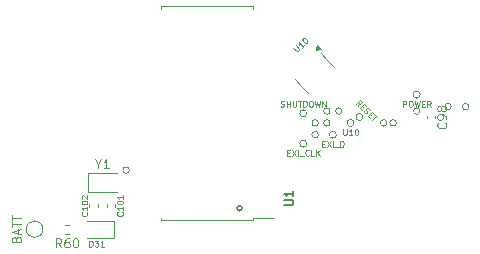
<source format=gbr>
%TF.GenerationSoftware,KiCad,Pcbnew,9.0.1-unknown-202504212220~56345a4158~ubuntu24.04.1*%
%TF.CreationDate,2025-05-22T21:20:13+10:00*%
%TF.ProjectId,MXBreakout,4d584272-6561-46b6-9f75-742e6b696361,rev?*%
%TF.SameCoordinates,Original*%
%TF.FileFunction,Legend,Top*%
%TF.FilePolarity,Positive*%
%FSLAX46Y46*%
G04 Gerber Fmt 4.6, Leading zero omitted, Abs format (unit mm)*
G04 Created by KiCad (PCBNEW 9.0.1-unknown-202504212220~56345a4158~ubuntu24.04.1) date 2025-05-22 21:20:13*
%MOMM*%
%LPD*%
G01*
G04 APERTURE LIST*
%ADD10C,0.150000*%
%ADD11C,0.100000*%
%ADD12C,0.050000*%
%ADD13C,0.075000*%
%ADD14C,0.062500*%
%ADD15C,0.120000*%
%ADD16C,0.025000*%
G04 APERTURE END LIST*
D10*
X66800000Y-61225000D02*
G75*
G02*
X66400000Y-61225000I-200000J0D01*
G01*
X66400000Y-61225000D02*
G75*
G02*
X66800000Y-61225000I200000J0D01*
G01*
D11*
X54642857Y-57484621D02*
X54642857Y-57841764D01*
X54392857Y-57091764D02*
X54642857Y-57484621D01*
X54642857Y-57484621D02*
X54892857Y-57091764D01*
X55535714Y-57841764D02*
X55107143Y-57841764D01*
X55321428Y-57841764D02*
X55321428Y-57091764D01*
X55321428Y-57091764D02*
X55250000Y-57198907D01*
X55250000Y-57198907D02*
X55178571Y-57270335D01*
X55178571Y-57270335D02*
X55107143Y-57306050D01*
X51495356Y-64536764D02*
X51245356Y-64179621D01*
X51066785Y-64536764D02*
X51066785Y-63786764D01*
X51066785Y-63786764D02*
X51352499Y-63786764D01*
X51352499Y-63786764D02*
X51423928Y-63822478D01*
X51423928Y-63822478D02*
X51459642Y-63858192D01*
X51459642Y-63858192D02*
X51495356Y-63929621D01*
X51495356Y-63929621D02*
X51495356Y-64036764D01*
X51495356Y-64036764D02*
X51459642Y-64108192D01*
X51459642Y-64108192D02*
X51423928Y-64143907D01*
X51423928Y-64143907D02*
X51352499Y-64179621D01*
X51352499Y-64179621D02*
X51066785Y-64179621D01*
X52138214Y-63786764D02*
X51995356Y-63786764D01*
X51995356Y-63786764D02*
X51923928Y-63822478D01*
X51923928Y-63822478D02*
X51888214Y-63858192D01*
X51888214Y-63858192D02*
X51816785Y-63965335D01*
X51816785Y-63965335D02*
X51781071Y-64108192D01*
X51781071Y-64108192D02*
X51781071Y-64393907D01*
X51781071Y-64393907D02*
X51816785Y-64465335D01*
X51816785Y-64465335D02*
X51852499Y-64501050D01*
X51852499Y-64501050D02*
X51923928Y-64536764D01*
X51923928Y-64536764D02*
X52066785Y-64536764D01*
X52066785Y-64536764D02*
X52138214Y-64501050D01*
X52138214Y-64501050D02*
X52173928Y-64465335D01*
X52173928Y-64465335D02*
X52209642Y-64393907D01*
X52209642Y-64393907D02*
X52209642Y-64215335D01*
X52209642Y-64215335D02*
X52173928Y-64143907D01*
X52173928Y-64143907D02*
X52138214Y-64108192D01*
X52138214Y-64108192D02*
X52066785Y-64072478D01*
X52066785Y-64072478D02*
X51923928Y-64072478D01*
X51923928Y-64072478D02*
X51852499Y-64108192D01*
X51852499Y-64108192D02*
X51816785Y-64143907D01*
X51816785Y-64143907D02*
X51781071Y-64215335D01*
X52673928Y-63786764D02*
X52745357Y-63786764D01*
X52745357Y-63786764D02*
X52816785Y-63822478D01*
X52816785Y-63822478D02*
X52852500Y-63858192D01*
X52852500Y-63858192D02*
X52888214Y-63929621D01*
X52888214Y-63929621D02*
X52923928Y-64072478D01*
X52923928Y-64072478D02*
X52923928Y-64251050D01*
X52923928Y-64251050D02*
X52888214Y-64393907D01*
X52888214Y-64393907D02*
X52852500Y-64465335D01*
X52852500Y-64465335D02*
X52816785Y-64501050D01*
X52816785Y-64501050D02*
X52745357Y-64536764D01*
X52745357Y-64536764D02*
X52673928Y-64536764D01*
X52673928Y-64536764D02*
X52602500Y-64501050D01*
X52602500Y-64501050D02*
X52566785Y-64465335D01*
X52566785Y-64465335D02*
X52531071Y-64393907D01*
X52531071Y-64393907D02*
X52495357Y-64251050D01*
X52495357Y-64251050D02*
X52495357Y-64072478D01*
X52495357Y-64072478D02*
X52531071Y-63929621D01*
X52531071Y-63929621D02*
X52566785Y-63858192D01*
X52566785Y-63858192D02*
X52602500Y-63822478D01*
X52602500Y-63822478D02*
X52673928Y-63786764D01*
D12*
X53681090Y-61559523D02*
X53704900Y-61583332D01*
X53704900Y-61583332D02*
X53728709Y-61654761D01*
X53728709Y-61654761D02*
X53728709Y-61702380D01*
X53728709Y-61702380D02*
X53704900Y-61773808D01*
X53704900Y-61773808D02*
X53657280Y-61821427D01*
X53657280Y-61821427D02*
X53609661Y-61845237D01*
X53609661Y-61845237D02*
X53514423Y-61869046D01*
X53514423Y-61869046D02*
X53442995Y-61869046D01*
X53442995Y-61869046D02*
X53347757Y-61845237D01*
X53347757Y-61845237D02*
X53300138Y-61821427D01*
X53300138Y-61821427D02*
X53252519Y-61773808D01*
X53252519Y-61773808D02*
X53228709Y-61702380D01*
X53228709Y-61702380D02*
X53228709Y-61654761D01*
X53228709Y-61654761D02*
X53252519Y-61583332D01*
X53252519Y-61583332D02*
X53276328Y-61559523D01*
X53728709Y-61083332D02*
X53728709Y-61369046D01*
X53728709Y-61226189D02*
X53228709Y-61226189D01*
X53228709Y-61226189D02*
X53300138Y-61273808D01*
X53300138Y-61273808D02*
X53347757Y-61321427D01*
X53347757Y-61321427D02*
X53371566Y-61369046D01*
X53228709Y-60773809D02*
X53228709Y-60726190D01*
X53228709Y-60726190D02*
X53252519Y-60678571D01*
X53252519Y-60678571D02*
X53276328Y-60654761D01*
X53276328Y-60654761D02*
X53323947Y-60630952D01*
X53323947Y-60630952D02*
X53419185Y-60607142D01*
X53419185Y-60607142D02*
X53538233Y-60607142D01*
X53538233Y-60607142D02*
X53633471Y-60630952D01*
X53633471Y-60630952D02*
X53681090Y-60654761D01*
X53681090Y-60654761D02*
X53704900Y-60678571D01*
X53704900Y-60678571D02*
X53728709Y-60726190D01*
X53728709Y-60726190D02*
X53728709Y-60773809D01*
X53728709Y-60773809D02*
X53704900Y-60821428D01*
X53704900Y-60821428D02*
X53681090Y-60845237D01*
X53681090Y-60845237D02*
X53633471Y-60869047D01*
X53633471Y-60869047D02*
X53538233Y-60892856D01*
X53538233Y-60892856D02*
X53419185Y-60892856D01*
X53419185Y-60892856D02*
X53323947Y-60869047D01*
X53323947Y-60869047D02*
X53276328Y-60845237D01*
X53276328Y-60845237D02*
X53252519Y-60821428D01*
X53252519Y-60821428D02*
X53228709Y-60773809D01*
X53276328Y-60416666D02*
X53252519Y-60392857D01*
X53252519Y-60392857D02*
X53228709Y-60345238D01*
X53228709Y-60345238D02*
X53228709Y-60226190D01*
X53228709Y-60226190D02*
X53252519Y-60178571D01*
X53252519Y-60178571D02*
X53276328Y-60154762D01*
X53276328Y-60154762D02*
X53323947Y-60130952D01*
X53323947Y-60130952D02*
X53371566Y-60130952D01*
X53371566Y-60130952D02*
X53442995Y-60154762D01*
X53442995Y-60154762D02*
X53728709Y-60440476D01*
X53728709Y-60440476D02*
X53728709Y-60130952D01*
D11*
X47698907Y-63839285D02*
X47734621Y-63732142D01*
X47734621Y-63732142D02*
X47770335Y-63696428D01*
X47770335Y-63696428D02*
X47841764Y-63660714D01*
X47841764Y-63660714D02*
X47948907Y-63660714D01*
X47948907Y-63660714D02*
X48020335Y-63696428D01*
X48020335Y-63696428D02*
X48056050Y-63732142D01*
X48056050Y-63732142D02*
X48091764Y-63803571D01*
X48091764Y-63803571D02*
X48091764Y-64089285D01*
X48091764Y-64089285D02*
X47341764Y-64089285D01*
X47341764Y-64089285D02*
X47341764Y-63839285D01*
X47341764Y-63839285D02*
X47377478Y-63767857D01*
X47377478Y-63767857D02*
X47413192Y-63732142D01*
X47413192Y-63732142D02*
X47484621Y-63696428D01*
X47484621Y-63696428D02*
X47556050Y-63696428D01*
X47556050Y-63696428D02*
X47627478Y-63732142D01*
X47627478Y-63732142D02*
X47663192Y-63767857D01*
X47663192Y-63767857D02*
X47698907Y-63839285D01*
X47698907Y-63839285D02*
X47698907Y-64089285D01*
X47877478Y-63374999D02*
X47877478Y-63017857D01*
X48091764Y-63446428D02*
X47341764Y-63196428D01*
X47341764Y-63196428D02*
X48091764Y-62946428D01*
X47341764Y-62803571D02*
X47341764Y-62375000D01*
X48091764Y-62589285D02*
X47341764Y-62589285D01*
X47341764Y-62232142D02*
X47341764Y-61803571D01*
X48091764Y-62017856D02*
X47341764Y-62017856D01*
D13*
X75380952Y-54527409D02*
X75380952Y-54932171D01*
X75380952Y-54932171D02*
X75404762Y-54979790D01*
X75404762Y-54979790D02*
X75428571Y-55003600D01*
X75428571Y-55003600D02*
X75476190Y-55027409D01*
X75476190Y-55027409D02*
X75571428Y-55027409D01*
X75571428Y-55027409D02*
X75619047Y-55003600D01*
X75619047Y-55003600D02*
X75642857Y-54979790D01*
X75642857Y-54979790D02*
X75666666Y-54932171D01*
X75666666Y-54932171D02*
X75666666Y-54527409D01*
X76166667Y-55027409D02*
X75880953Y-55027409D01*
X76023810Y-55027409D02*
X76023810Y-54527409D01*
X76023810Y-54527409D02*
X75976191Y-54598838D01*
X75976191Y-54598838D02*
X75928572Y-54646457D01*
X75928572Y-54646457D02*
X75880953Y-54670266D01*
X76476190Y-54527409D02*
X76523809Y-54527409D01*
X76523809Y-54527409D02*
X76571428Y-54551219D01*
X76571428Y-54551219D02*
X76595238Y-54575028D01*
X76595238Y-54575028D02*
X76619047Y-54622647D01*
X76619047Y-54622647D02*
X76642857Y-54717885D01*
X76642857Y-54717885D02*
X76642857Y-54836933D01*
X76642857Y-54836933D02*
X76619047Y-54932171D01*
X76619047Y-54932171D02*
X76595238Y-54979790D01*
X76595238Y-54979790D02*
X76571428Y-55003600D01*
X76571428Y-55003600D02*
X76523809Y-55027409D01*
X76523809Y-55027409D02*
X76476190Y-55027409D01*
X76476190Y-55027409D02*
X76428571Y-55003600D01*
X76428571Y-55003600D02*
X76404762Y-54979790D01*
X76404762Y-54979790D02*
X76380952Y-54932171D01*
X76380952Y-54932171D02*
X76357143Y-54836933D01*
X76357143Y-54836933D02*
X76357143Y-54717885D01*
X76357143Y-54717885D02*
X76380952Y-54622647D01*
X76380952Y-54622647D02*
X76404762Y-54575028D01*
X76404762Y-54575028D02*
X76428571Y-54551219D01*
X76428571Y-54551219D02*
X76476190Y-54527409D01*
X70083333Y-52603600D02*
X70154761Y-52627409D01*
X70154761Y-52627409D02*
X70273809Y-52627409D01*
X70273809Y-52627409D02*
X70321428Y-52603600D01*
X70321428Y-52603600D02*
X70345237Y-52579790D01*
X70345237Y-52579790D02*
X70369047Y-52532171D01*
X70369047Y-52532171D02*
X70369047Y-52484552D01*
X70369047Y-52484552D02*
X70345237Y-52436933D01*
X70345237Y-52436933D02*
X70321428Y-52413123D01*
X70321428Y-52413123D02*
X70273809Y-52389314D01*
X70273809Y-52389314D02*
X70178571Y-52365504D01*
X70178571Y-52365504D02*
X70130952Y-52341695D01*
X70130952Y-52341695D02*
X70107142Y-52317885D01*
X70107142Y-52317885D02*
X70083333Y-52270266D01*
X70083333Y-52270266D02*
X70083333Y-52222647D01*
X70083333Y-52222647D02*
X70107142Y-52175028D01*
X70107142Y-52175028D02*
X70130952Y-52151219D01*
X70130952Y-52151219D02*
X70178571Y-52127409D01*
X70178571Y-52127409D02*
X70297618Y-52127409D01*
X70297618Y-52127409D02*
X70369047Y-52151219D01*
X70583332Y-52627409D02*
X70583332Y-52127409D01*
X70583332Y-52365504D02*
X70869046Y-52365504D01*
X70869046Y-52627409D02*
X70869046Y-52127409D01*
X71107142Y-52127409D02*
X71107142Y-52532171D01*
X71107142Y-52532171D02*
X71130952Y-52579790D01*
X71130952Y-52579790D02*
X71154761Y-52603600D01*
X71154761Y-52603600D02*
X71202380Y-52627409D01*
X71202380Y-52627409D02*
X71297618Y-52627409D01*
X71297618Y-52627409D02*
X71345237Y-52603600D01*
X71345237Y-52603600D02*
X71369047Y-52579790D01*
X71369047Y-52579790D02*
X71392856Y-52532171D01*
X71392856Y-52532171D02*
X71392856Y-52127409D01*
X71559524Y-52127409D02*
X71845238Y-52127409D01*
X71702381Y-52627409D02*
X71702381Y-52127409D01*
X72011904Y-52627409D02*
X72011904Y-52127409D01*
X72011904Y-52127409D02*
X72130952Y-52127409D01*
X72130952Y-52127409D02*
X72202380Y-52151219D01*
X72202380Y-52151219D02*
X72249999Y-52198838D01*
X72249999Y-52198838D02*
X72273809Y-52246457D01*
X72273809Y-52246457D02*
X72297618Y-52341695D01*
X72297618Y-52341695D02*
X72297618Y-52413123D01*
X72297618Y-52413123D02*
X72273809Y-52508361D01*
X72273809Y-52508361D02*
X72249999Y-52555980D01*
X72249999Y-52555980D02*
X72202380Y-52603600D01*
X72202380Y-52603600D02*
X72130952Y-52627409D01*
X72130952Y-52627409D02*
X72011904Y-52627409D01*
X72607142Y-52127409D02*
X72702380Y-52127409D01*
X72702380Y-52127409D02*
X72749999Y-52151219D01*
X72749999Y-52151219D02*
X72797618Y-52198838D01*
X72797618Y-52198838D02*
X72821428Y-52294076D01*
X72821428Y-52294076D02*
X72821428Y-52460742D01*
X72821428Y-52460742D02*
X72797618Y-52555980D01*
X72797618Y-52555980D02*
X72749999Y-52603600D01*
X72749999Y-52603600D02*
X72702380Y-52627409D01*
X72702380Y-52627409D02*
X72607142Y-52627409D01*
X72607142Y-52627409D02*
X72559523Y-52603600D01*
X72559523Y-52603600D02*
X72511904Y-52555980D01*
X72511904Y-52555980D02*
X72488095Y-52460742D01*
X72488095Y-52460742D02*
X72488095Y-52294076D01*
X72488095Y-52294076D02*
X72511904Y-52198838D01*
X72511904Y-52198838D02*
X72559523Y-52151219D01*
X72559523Y-52151219D02*
X72607142Y-52127409D01*
X72988095Y-52127409D02*
X73107143Y-52627409D01*
X73107143Y-52627409D02*
X73202381Y-52270266D01*
X73202381Y-52270266D02*
X73297619Y-52627409D01*
X73297619Y-52627409D02*
X73416667Y-52127409D01*
X73607143Y-52627409D02*
X73607143Y-52127409D01*
X73607143Y-52127409D02*
X73892857Y-52627409D01*
X73892857Y-52627409D02*
X73892857Y-52127409D01*
D11*
X71168597Y-47644062D02*
X71454807Y-47930272D01*
X71454807Y-47930272D02*
X71505315Y-47947108D01*
X71505315Y-47947108D02*
X71538986Y-47947108D01*
X71538986Y-47947108D02*
X71589494Y-47930272D01*
X71589494Y-47930272D02*
X71656837Y-47862929D01*
X71656837Y-47862929D02*
X71673673Y-47812421D01*
X71673673Y-47812421D02*
X71673673Y-47778749D01*
X71673673Y-47778749D02*
X71656837Y-47728242D01*
X71656837Y-47728242D02*
X71370628Y-47442032D01*
X72077735Y-47442031D02*
X71875704Y-47644062D01*
X71976719Y-47543047D02*
X71623166Y-47189493D01*
X71623166Y-47189493D02*
X71640002Y-47273673D01*
X71640002Y-47273673D02*
X71640002Y-47341016D01*
X71640002Y-47341016D02*
X71623166Y-47391524D01*
X71943047Y-46869612D02*
X71976719Y-46835940D01*
X71976719Y-46835940D02*
X72027227Y-46819104D01*
X72027227Y-46819104D02*
X72060899Y-46819104D01*
X72060899Y-46819104D02*
X72111406Y-46835940D01*
X72111406Y-46835940D02*
X72195586Y-46886448D01*
X72195586Y-46886448D02*
X72279765Y-46970627D01*
X72279765Y-46970627D02*
X72330273Y-47054807D01*
X72330273Y-47054807D02*
X72347108Y-47105314D01*
X72347108Y-47105314D02*
X72347108Y-47138986D01*
X72347108Y-47138986D02*
X72330273Y-47189494D01*
X72330273Y-47189494D02*
X72296601Y-47223165D01*
X72296601Y-47223165D02*
X72246093Y-47240001D01*
X72246093Y-47240001D02*
X72212421Y-47240001D01*
X72212421Y-47240001D02*
X72161914Y-47223165D01*
X72161914Y-47223165D02*
X72077734Y-47172658D01*
X72077734Y-47172658D02*
X71993555Y-47088478D01*
X71993555Y-47088478D02*
X71943047Y-47004299D01*
X71943047Y-47004299D02*
X71926211Y-46953791D01*
X71926211Y-46953791D02*
X71926211Y-46920120D01*
X71926211Y-46920120D02*
X71943047Y-46869612D01*
D12*
X56681090Y-61559523D02*
X56704900Y-61583332D01*
X56704900Y-61583332D02*
X56728709Y-61654761D01*
X56728709Y-61654761D02*
X56728709Y-61702380D01*
X56728709Y-61702380D02*
X56704900Y-61773808D01*
X56704900Y-61773808D02*
X56657280Y-61821427D01*
X56657280Y-61821427D02*
X56609661Y-61845237D01*
X56609661Y-61845237D02*
X56514423Y-61869046D01*
X56514423Y-61869046D02*
X56442995Y-61869046D01*
X56442995Y-61869046D02*
X56347757Y-61845237D01*
X56347757Y-61845237D02*
X56300138Y-61821427D01*
X56300138Y-61821427D02*
X56252519Y-61773808D01*
X56252519Y-61773808D02*
X56228709Y-61702380D01*
X56228709Y-61702380D02*
X56228709Y-61654761D01*
X56228709Y-61654761D02*
X56252519Y-61583332D01*
X56252519Y-61583332D02*
X56276328Y-61559523D01*
X56728709Y-61083332D02*
X56728709Y-61369046D01*
X56728709Y-61226189D02*
X56228709Y-61226189D01*
X56228709Y-61226189D02*
X56300138Y-61273808D01*
X56300138Y-61273808D02*
X56347757Y-61321427D01*
X56347757Y-61321427D02*
X56371566Y-61369046D01*
X56228709Y-60773809D02*
X56228709Y-60726190D01*
X56228709Y-60726190D02*
X56252519Y-60678571D01*
X56252519Y-60678571D02*
X56276328Y-60654761D01*
X56276328Y-60654761D02*
X56323947Y-60630952D01*
X56323947Y-60630952D02*
X56419185Y-60607142D01*
X56419185Y-60607142D02*
X56538233Y-60607142D01*
X56538233Y-60607142D02*
X56633471Y-60630952D01*
X56633471Y-60630952D02*
X56681090Y-60654761D01*
X56681090Y-60654761D02*
X56704900Y-60678571D01*
X56704900Y-60678571D02*
X56728709Y-60726190D01*
X56728709Y-60726190D02*
X56728709Y-60773809D01*
X56728709Y-60773809D02*
X56704900Y-60821428D01*
X56704900Y-60821428D02*
X56681090Y-60845237D01*
X56681090Y-60845237D02*
X56633471Y-60869047D01*
X56633471Y-60869047D02*
X56538233Y-60892856D01*
X56538233Y-60892856D02*
X56419185Y-60892856D01*
X56419185Y-60892856D02*
X56323947Y-60869047D01*
X56323947Y-60869047D02*
X56276328Y-60845237D01*
X56276328Y-60845237D02*
X56252519Y-60821428D01*
X56252519Y-60821428D02*
X56228709Y-60773809D01*
X56728709Y-60130952D02*
X56728709Y-60416666D01*
X56728709Y-60273809D02*
X56228709Y-60273809D01*
X56228709Y-60273809D02*
X56300138Y-60321428D01*
X56300138Y-60321428D02*
X56347757Y-60369047D01*
X56347757Y-60369047D02*
X56371566Y-60416666D01*
D14*
X53892857Y-64478059D02*
X53892857Y-63978059D01*
X53892857Y-63978059D02*
X54011905Y-63978059D01*
X54011905Y-63978059D02*
X54083333Y-64001869D01*
X54083333Y-64001869D02*
X54130952Y-64049488D01*
X54130952Y-64049488D02*
X54154762Y-64097107D01*
X54154762Y-64097107D02*
X54178571Y-64192345D01*
X54178571Y-64192345D02*
X54178571Y-64263773D01*
X54178571Y-64263773D02*
X54154762Y-64359011D01*
X54154762Y-64359011D02*
X54130952Y-64406630D01*
X54130952Y-64406630D02*
X54083333Y-64454250D01*
X54083333Y-64454250D02*
X54011905Y-64478059D01*
X54011905Y-64478059D02*
X53892857Y-64478059D01*
X54345238Y-63978059D02*
X54654762Y-63978059D01*
X54654762Y-63978059D02*
X54488095Y-64168535D01*
X54488095Y-64168535D02*
X54559524Y-64168535D01*
X54559524Y-64168535D02*
X54607143Y-64192345D01*
X54607143Y-64192345D02*
X54630952Y-64216154D01*
X54630952Y-64216154D02*
X54654762Y-64263773D01*
X54654762Y-64263773D02*
X54654762Y-64382821D01*
X54654762Y-64382821D02*
X54630952Y-64430440D01*
X54630952Y-64430440D02*
X54607143Y-64454250D01*
X54607143Y-64454250D02*
X54559524Y-64478059D01*
X54559524Y-64478059D02*
X54416667Y-64478059D01*
X54416667Y-64478059D02*
X54369048Y-64454250D01*
X54369048Y-64454250D02*
X54345238Y-64430440D01*
X55130952Y-64478059D02*
X54845238Y-64478059D01*
X54988095Y-64478059D02*
X54988095Y-63978059D01*
X54988095Y-63978059D02*
X54940476Y-64049488D01*
X54940476Y-64049488D02*
X54892857Y-64097107D01*
X54892857Y-64097107D02*
X54845238Y-64120916D01*
D13*
X80445237Y-52627409D02*
X80445237Y-52127409D01*
X80445237Y-52127409D02*
X80635713Y-52127409D01*
X80635713Y-52127409D02*
X80683332Y-52151219D01*
X80683332Y-52151219D02*
X80707142Y-52175028D01*
X80707142Y-52175028D02*
X80730951Y-52222647D01*
X80730951Y-52222647D02*
X80730951Y-52294076D01*
X80730951Y-52294076D02*
X80707142Y-52341695D01*
X80707142Y-52341695D02*
X80683332Y-52365504D01*
X80683332Y-52365504D02*
X80635713Y-52389314D01*
X80635713Y-52389314D02*
X80445237Y-52389314D01*
X81040475Y-52127409D02*
X81135713Y-52127409D01*
X81135713Y-52127409D02*
X81183332Y-52151219D01*
X81183332Y-52151219D02*
X81230951Y-52198838D01*
X81230951Y-52198838D02*
X81254761Y-52294076D01*
X81254761Y-52294076D02*
X81254761Y-52460742D01*
X81254761Y-52460742D02*
X81230951Y-52555980D01*
X81230951Y-52555980D02*
X81183332Y-52603600D01*
X81183332Y-52603600D02*
X81135713Y-52627409D01*
X81135713Y-52627409D02*
X81040475Y-52627409D01*
X81040475Y-52627409D02*
X80992856Y-52603600D01*
X80992856Y-52603600D02*
X80945237Y-52555980D01*
X80945237Y-52555980D02*
X80921428Y-52460742D01*
X80921428Y-52460742D02*
X80921428Y-52294076D01*
X80921428Y-52294076D02*
X80945237Y-52198838D01*
X80945237Y-52198838D02*
X80992856Y-52151219D01*
X80992856Y-52151219D02*
X81040475Y-52127409D01*
X81421428Y-52127409D02*
X81540476Y-52627409D01*
X81540476Y-52627409D02*
X81635714Y-52270266D01*
X81635714Y-52270266D02*
X81730952Y-52627409D01*
X81730952Y-52627409D02*
X81850000Y-52127409D01*
X82040476Y-52365504D02*
X82207143Y-52365504D01*
X82278571Y-52627409D02*
X82040476Y-52627409D01*
X82040476Y-52627409D02*
X82040476Y-52127409D01*
X82040476Y-52127409D02*
X82278571Y-52127409D01*
X82778571Y-52627409D02*
X82611905Y-52389314D01*
X82492857Y-52627409D02*
X82492857Y-52127409D01*
X82492857Y-52127409D02*
X82683333Y-52127409D01*
X82683333Y-52127409D02*
X82730952Y-52151219D01*
X82730952Y-52151219D02*
X82754762Y-52175028D01*
X82754762Y-52175028D02*
X82778571Y-52222647D01*
X82778571Y-52222647D02*
X82778571Y-52294076D01*
X82778571Y-52294076D02*
X82754762Y-52341695D01*
X82754762Y-52341695D02*
X82730952Y-52365504D01*
X82730952Y-52365504D02*
X82683333Y-52389314D01*
X82683333Y-52389314D02*
X82492857Y-52389314D01*
X76641388Y-52581623D02*
X76691895Y-52295413D01*
X76439357Y-52379593D02*
X76792911Y-52026039D01*
X76792911Y-52026039D02*
X76927598Y-52160726D01*
X76927598Y-52160726D02*
X76944434Y-52211234D01*
X76944434Y-52211234D02*
X76944434Y-52244906D01*
X76944434Y-52244906D02*
X76927598Y-52295413D01*
X76927598Y-52295413D02*
X76877090Y-52345921D01*
X76877090Y-52345921D02*
X76826582Y-52362757D01*
X76826582Y-52362757D02*
X76792911Y-52362757D01*
X76792911Y-52362757D02*
X76742403Y-52345921D01*
X76742403Y-52345921D02*
X76607716Y-52211234D01*
X76978105Y-52547952D02*
X77095956Y-52665803D01*
X76961269Y-52901505D02*
X76792911Y-52733146D01*
X76792911Y-52733146D02*
X77146464Y-52379593D01*
X77146464Y-52379593D02*
X77314823Y-52547952D01*
X77112792Y-53019356D02*
X77146464Y-53086700D01*
X77146464Y-53086700D02*
X77230643Y-53170879D01*
X77230643Y-53170879D02*
X77281151Y-53187715D01*
X77281151Y-53187715D02*
X77314823Y-53187715D01*
X77314823Y-53187715D02*
X77365330Y-53170879D01*
X77365330Y-53170879D02*
X77399002Y-53137207D01*
X77399002Y-53137207D02*
X77415838Y-53086700D01*
X77415838Y-53086700D02*
X77415838Y-53053028D01*
X77415838Y-53053028D02*
X77399002Y-53002520D01*
X77399002Y-53002520D02*
X77348495Y-52918341D01*
X77348495Y-52918341D02*
X77331659Y-52867833D01*
X77331659Y-52867833D02*
X77331659Y-52834162D01*
X77331659Y-52834162D02*
X77348495Y-52783654D01*
X77348495Y-52783654D02*
X77382166Y-52749982D01*
X77382166Y-52749982D02*
X77432674Y-52733146D01*
X77432674Y-52733146D02*
X77466346Y-52733146D01*
X77466346Y-52733146D02*
X77516853Y-52749982D01*
X77516853Y-52749982D02*
X77601033Y-52834162D01*
X77601033Y-52834162D02*
X77634704Y-52901505D01*
X77634704Y-53204550D02*
X77752555Y-53322402D01*
X77617868Y-53558104D02*
X77449509Y-53389745D01*
X77449509Y-53389745D02*
X77803063Y-53036192D01*
X77803063Y-53036192D02*
X77971422Y-53204550D01*
X78072437Y-53305566D02*
X78274467Y-53507596D01*
X77819899Y-53760134D02*
X78173452Y-53406581D01*
D10*
X70389164Y-60946428D02*
X70996307Y-60946428D01*
X70996307Y-60946428D02*
X71067735Y-60910714D01*
X71067735Y-60910714D02*
X71103450Y-60875000D01*
X71103450Y-60875000D02*
X71139164Y-60803571D01*
X71139164Y-60803571D02*
X71139164Y-60660714D01*
X71139164Y-60660714D02*
X71103450Y-60589285D01*
X71103450Y-60589285D02*
X71067735Y-60553571D01*
X71067735Y-60553571D02*
X70996307Y-60517857D01*
X70996307Y-60517857D02*
X70389164Y-60517857D01*
X71139164Y-59767857D02*
X71139164Y-60196428D01*
X71139164Y-59982143D02*
X70389164Y-59982143D01*
X70389164Y-59982143D02*
X70496307Y-60053571D01*
X70496307Y-60053571D02*
X70567735Y-60125000D01*
X70567735Y-60125000D02*
X70603450Y-60196428D01*
D13*
X70642857Y-56515504D02*
X70809524Y-56515504D01*
X70880952Y-56777409D02*
X70642857Y-56777409D01*
X70642857Y-56777409D02*
X70642857Y-56277409D01*
X70642857Y-56277409D02*
X70880952Y-56277409D01*
X71047619Y-56277409D02*
X71380952Y-56777409D01*
X71380952Y-56277409D02*
X71047619Y-56777409D01*
X71571428Y-56777409D02*
X71571428Y-56277409D01*
X71690476Y-56825028D02*
X72071428Y-56825028D01*
X72476189Y-56729790D02*
X72452380Y-56753600D01*
X72452380Y-56753600D02*
X72380951Y-56777409D01*
X72380951Y-56777409D02*
X72333332Y-56777409D01*
X72333332Y-56777409D02*
X72261904Y-56753600D01*
X72261904Y-56753600D02*
X72214285Y-56705980D01*
X72214285Y-56705980D02*
X72190475Y-56658361D01*
X72190475Y-56658361D02*
X72166666Y-56563123D01*
X72166666Y-56563123D02*
X72166666Y-56491695D01*
X72166666Y-56491695D02*
X72190475Y-56396457D01*
X72190475Y-56396457D02*
X72214285Y-56348838D01*
X72214285Y-56348838D02*
X72261904Y-56301219D01*
X72261904Y-56301219D02*
X72333332Y-56277409D01*
X72333332Y-56277409D02*
X72380951Y-56277409D01*
X72380951Y-56277409D02*
X72452380Y-56301219D01*
X72452380Y-56301219D02*
X72476189Y-56325028D01*
X72928570Y-56777409D02*
X72690475Y-56777409D01*
X72690475Y-56777409D02*
X72690475Y-56277409D01*
X73095237Y-56777409D02*
X73095237Y-56277409D01*
X73380951Y-56777409D02*
X73166666Y-56491695D01*
X73380951Y-56277409D02*
X73095237Y-56563123D01*
D11*
X84020335Y-54002143D02*
X84056050Y-54037857D01*
X84056050Y-54037857D02*
X84091764Y-54145000D01*
X84091764Y-54145000D02*
X84091764Y-54216428D01*
X84091764Y-54216428D02*
X84056050Y-54323571D01*
X84056050Y-54323571D02*
X83984621Y-54395000D01*
X83984621Y-54395000D02*
X83913192Y-54430714D01*
X83913192Y-54430714D02*
X83770335Y-54466428D01*
X83770335Y-54466428D02*
X83663192Y-54466428D01*
X83663192Y-54466428D02*
X83520335Y-54430714D01*
X83520335Y-54430714D02*
X83448907Y-54395000D01*
X83448907Y-54395000D02*
X83377478Y-54323571D01*
X83377478Y-54323571D02*
X83341764Y-54216428D01*
X83341764Y-54216428D02*
X83341764Y-54145000D01*
X83341764Y-54145000D02*
X83377478Y-54037857D01*
X83377478Y-54037857D02*
X83413192Y-54002143D01*
X84091764Y-53645000D02*
X84091764Y-53502143D01*
X84091764Y-53502143D02*
X84056050Y-53430714D01*
X84056050Y-53430714D02*
X84020335Y-53395000D01*
X84020335Y-53395000D02*
X83913192Y-53323571D01*
X83913192Y-53323571D02*
X83770335Y-53287857D01*
X83770335Y-53287857D02*
X83484621Y-53287857D01*
X83484621Y-53287857D02*
X83413192Y-53323571D01*
X83413192Y-53323571D02*
X83377478Y-53359286D01*
X83377478Y-53359286D02*
X83341764Y-53430714D01*
X83341764Y-53430714D02*
X83341764Y-53573571D01*
X83341764Y-53573571D02*
X83377478Y-53645000D01*
X83377478Y-53645000D02*
X83413192Y-53680714D01*
X83413192Y-53680714D02*
X83484621Y-53716428D01*
X83484621Y-53716428D02*
X83663192Y-53716428D01*
X83663192Y-53716428D02*
X83734621Y-53680714D01*
X83734621Y-53680714D02*
X83770335Y-53645000D01*
X83770335Y-53645000D02*
X83806050Y-53573571D01*
X83806050Y-53573571D02*
X83806050Y-53430714D01*
X83806050Y-53430714D02*
X83770335Y-53359286D01*
X83770335Y-53359286D02*
X83734621Y-53323571D01*
X83734621Y-53323571D02*
X83663192Y-53287857D01*
X83663192Y-52859285D02*
X83627478Y-52930714D01*
X83627478Y-52930714D02*
X83591764Y-52966428D01*
X83591764Y-52966428D02*
X83520335Y-53002142D01*
X83520335Y-53002142D02*
X83484621Y-53002142D01*
X83484621Y-53002142D02*
X83413192Y-52966428D01*
X83413192Y-52966428D02*
X83377478Y-52930714D01*
X83377478Y-52930714D02*
X83341764Y-52859285D01*
X83341764Y-52859285D02*
X83341764Y-52716428D01*
X83341764Y-52716428D02*
X83377478Y-52645000D01*
X83377478Y-52645000D02*
X83413192Y-52609285D01*
X83413192Y-52609285D02*
X83484621Y-52573571D01*
X83484621Y-52573571D02*
X83520335Y-52573571D01*
X83520335Y-52573571D02*
X83591764Y-52609285D01*
X83591764Y-52609285D02*
X83627478Y-52645000D01*
X83627478Y-52645000D02*
X83663192Y-52716428D01*
X83663192Y-52716428D02*
X83663192Y-52859285D01*
X83663192Y-52859285D02*
X83698907Y-52930714D01*
X83698907Y-52930714D02*
X83734621Y-52966428D01*
X83734621Y-52966428D02*
X83806050Y-53002142D01*
X83806050Y-53002142D02*
X83948907Y-53002142D01*
X83948907Y-53002142D02*
X84020335Y-52966428D01*
X84020335Y-52966428D02*
X84056050Y-52930714D01*
X84056050Y-52930714D02*
X84091764Y-52859285D01*
X84091764Y-52859285D02*
X84091764Y-52716428D01*
X84091764Y-52716428D02*
X84056050Y-52645000D01*
X84056050Y-52645000D02*
X84020335Y-52609285D01*
X84020335Y-52609285D02*
X83948907Y-52573571D01*
X83948907Y-52573571D02*
X83806050Y-52573571D01*
X83806050Y-52573571D02*
X83734621Y-52609285D01*
X83734621Y-52609285D02*
X83698907Y-52645000D01*
X83698907Y-52645000D02*
X83663192Y-52716428D01*
D13*
X73595238Y-55765504D02*
X73761905Y-55765504D01*
X73833333Y-56027409D02*
X73595238Y-56027409D01*
X73595238Y-56027409D02*
X73595238Y-55527409D01*
X73595238Y-55527409D02*
X73833333Y-55527409D01*
X74000000Y-55527409D02*
X74333333Y-56027409D01*
X74333333Y-55527409D02*
X74000000Y-56027409D01*
X74523809Y-56027409D02*
X74523809Y-55527409D01*
X74642857Y-56075028D02*
X75023809Y-56075028D01*
X75142856Y-56027409D02*
X75142856Y-55527409D01*
X75142856Y-55527409D02*
X75261904Y-55527409D01*
X75261904Y-55527409D02*
X75333332Y-55551219D01*
X75333332Y-55551219D02*
X75380951Y-55598838D01*
X75380951Y-55598838D02*
X75404761Y-55646457D01*
X75404761Y-55646457D02*
X75428570Y-55741695D01*
X75428570Y-55741695D02*
X75428570Y-55813123D01*
X75428570Y-55813123D02*
X75404761Y-55908361D01*
X75404761Y-55908361D02*
X75380951Y-55955980D01*
X75380951Y-55955980D02*
X75333332Y-56003600D01*
X75333332Y-56003600D02*
X75261904Y-56027409D01*
X75261904Y-56027409D02*
X75142856Y-56027409D01*
D15*
%TO.C,Y1*%
X53800000Y-58225000D02*
X53800000Y-59825000D01*
X53800000Y-59825000D02*
X56200000Y-59825000D01*
X56200000Y-58225000D02*
X53800000Y-58225000D01*
D16*
%TO.C,TP3*%
X84525000Y-52625000D02*
G75*
G02*
X83975000Y-52625000I-275000J0D01*
G01*
X83975000Y-52625000D02*
G75*
G02*
X84525000Y-52625000I275000J0D01*
G01*
D15*
%TO.C,R60*%
X52131141Y-62645000D02*
X51823859Y-62645000D01*
X52131141Y-63405000D02*
X51823859Y-63405000D01*
D16*
%TO.C,TP3*%
X86025000Y-52625000D02*
G75*
G02*
X85475000Y-52625000I-275000J0D01*
G01*
X85475000Y-52625000D02*
G75*
G02*
X86025000Y-52625000I275000J0D01*
G01*
D15*
%TO.C,C102*%
X53890000Y-61107836D02*
X53890000Y-60892164D01*
X54610000Y-61107836D02*
X54610000Y-60892164D01*
%TO.C,TP1*%
X49950000Y-63000000D02*
G75*
G02*
X48550000Y-63000000I-700000J0D01*
G01*
X48550000Y-63000000D02*
G75*
G02*
X49950000Y-63000000I700000J0D01*
G01*
%TO.C,TP6*%
X76300000Y-54000000D02*
G75*
G02*
X75700000Y-54000000I-300000J0D01*
G01*
X75700000Y-54000000D02*
G75*
G02*
X76300000Y-54000000I300000J0D01*
G01*
%TO.C,TP15*%
X72300000Y-53200000D02*
G75*
G02*
X71700000Y-53200000I-300000J0D01*
G01*
X71700000Y-53200000D02*
G75*
G02*
X72300000Y-53200000I300000J0D01*
G01*
%TO.C,U10*%
X71826247Y-50882421D02*
X71260562Y-50316735D01*
X71826247Y-50882421D02*
X72391933Y-51448106D01*
X74032421Y-48676247D02*
X73466735Y-48110562D01*
X74032421Y-48676247D02*
X74598106Y-49241933D01*
X73480877Y-47728724D02*
X73077826Y-47792364D01*
X73141466Y-47389313D01*
X73480877Y-47728724D01*
G36*
X73480877Y-47728724D02*
G01*
X73077826Y-47792364D01*
X73141466Y-47389313D01*
X73480877Y-47728724D01*
G37*
%TO.C,C101*%
X55340000Y-61107836D02*
X55340000Y-60892164D01*
X56060000Y-61107836D02*
X56060000Y-60892164D01*
%TO.C,D31*%
X53700000Y-63735000D02*
X55985000Y-63735000D01*
X55985000Y-62265000D02*
X53700000Y-62265000D01*
X55985000Y-63735000D02*
X55985000Y-62265000D01*
%TO.C,TP13*%
X81900000Y-51600000D02*
G75*
G02*
X81300000Y-51600000I-300000J0D01*
G01*
X81300000Y-51600000D02*
G75*
G02*
X81900000Y-51600000I300000J0D01*
G01*
D16*
%TO.C,TP7*%
X74275000Y-53000000D02*
G75*
G02*
X73725000Y-53000000I-275000J0D01*
G01*
X73725000Y-53000000D02*
G75*
G02*
X74275000Y-53000000I275000J0D01*
G01*
%TO.C,TP3*%
X57275000Y-58000000D02*
G75*
G02*
X56725000Y-58000000I-275000J0D01*
G01*
X56725000Y-58000000D02*
G75*
G02*
X57275000Y-58000000I275000J0D01*
G01*
D15*
%TO.C,TP11*%
X77050000Y-53500000D02*
G75*
G02*
X76450000Y-53500000I-300000J0D01*
G01*
X76450000Y-53500000D02*
G75*
G02*
X77050000Y-53500000I300000J0D01*
G01*
D16*
%TO.C,TP5*%
X73275000Y-55000000D02*
G75*
G02*
X72725000Y-55000000I-275000J0D01*
G01*
X72725000Y-55000000D02*
G75*
G02*
X73275000Y-55000000I275000J0D01*
G01*
D15*
%TO.C,U1*%
X59990000Y-44135000D02*
X59990000Y-44380000D01*
X59990000Y-62255000D02*
X59990000Y-62010000D01*
X63850000Y-44135000D02*
X59990000Y-44135000D01*
X63850000Y-44135000D02*
X67710000Y-44135000D01*
X63850000Y-62255000D02*
X59990000Y-62255000D01*
X63850000Y-62255000D02*
X67710000Y-62255000D01*
X67710000Y-44135000D02*
X67710000Y-44380000D01*
X67710000Y-62010000D02*
X69525000Y-62010000D01*
X67710000Y-62255000D02*
X67710000Y-62010000D01*
%TO.C,TP16*%
X72300000Y-55750000D02*
G75*
G02*
X71700000Y-55750000I-300000J0D01*
G01*
X71700000Y-55750000D02*
G75*
G02*
X72300000Y-55750000I300000J0D01*
G01*
D16*
%TO.C,TP12*%
X81875000Y-53000000D02*
G75*
G02*
X81325000Y-53000000I-275000J0D01*
G01*
X81325000Y-53000000D02*
G75*
G02*
X81875000Y-53000000I275000J0D01*
G01*
D15*
%TO.C,C98*%
X82440000Y-53412164D02*
X82440000Y-53627836D01*
X83160000Y-53412164D02*
X83160000Y-53627836D01*
D16*
%TO.C,TP3*%
X79875000Y-54000000D02*
G75*
G02*
X79325000Y-54000000I-275000J0D01*
G01*
X79325000Y-54000000D02*
G75*
G02*
X79875000Y-54000000I275000J0D01*
G01*
D15*
%TO.C,TP17*%
X74800000Y-55000000D02*
G75*
G02*
X74200000Y-55000000I-300000J0D01*
G01*
X74200000Y-55000000D02*
G75*
G02*
X74800000Y-55000000I300000J0D01*
G01*
D16*
%TO.C,TP2*%
X74275000Y-54000000D02*
G75*
G02*
X73725000Y-54000000I-275000J0D01*
G01*
X73725000Y-54000000D02*
G75*
G02*
X74275000Y-54000000I275000J0D01*
G01*
%TO.C,TP10*%
X75275000Y-53000000D02*
G75*
G02*
X74725000Y-53000000I-275000J0D01*
G01*
X74725000Y-53000000D02*
G75*
G02*
X75275000Y-53000000I275000J0D01*
G01*
%TO.C,TP4*%
X79075000Y-54000000D02*
G75*
G02*
X78525000Y-54000000I-275000J0D01*
G01*
X78525000Y-54000000D02*
G75*
G02*
X79075000Y-54000000I275000J0D01*
G01*
%TO.C,TP14*%
X73275000Y-54000000D02*
G75*
G02*
X72725000Y-54000000I-275000J0D01*
G01*
X72725000Y-54000000D02*
G75*
G02*
X73275000Y-54000000I275000J0D01*
G01*
%TD*%
M02*

</source>
